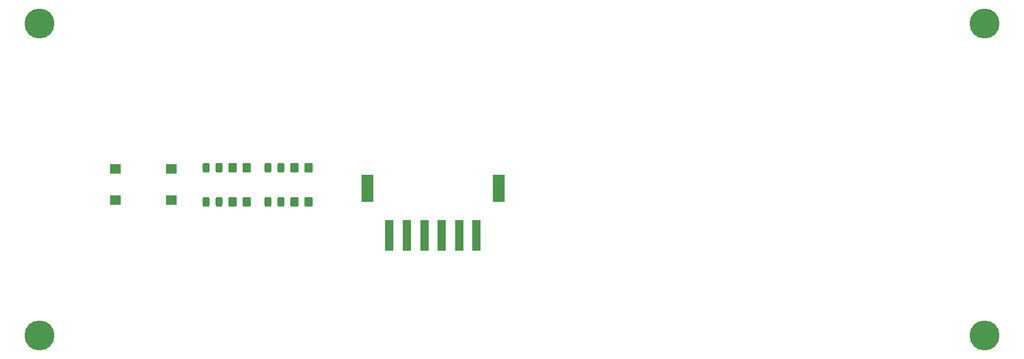
<source format=gbr>
%TF.GenerationSoftware,KiCad,Pcbnew,8.0.1*%
%TF.CreationDate,2025-07-26T20:51:06+02:00*%
%TF.ProjectId,SVX_Node_Case_front,5356585f-4e6f-4646-955f-436173655f66,rev?*%
%TF.SameCoordinates,Original*%
%TF.FileFunction,Soldermask,Bot*%
%TF.FilePolarity,Negative*%
%FSLAX46Y46*%
G04 Gerber Fmt 4.6, Leading zero omitted, Abs format (unit mm)*
G04 Created by KiCad (PCBNEW 8.0.1) date 2025-07-26 20:51:06*
%MOMM*%
%LPD*%
G01*
G04 APERTURE LIST*
G04 Aperture macros list*
%AMRoundRect*
0 Rectangle with rounded corners*
0 $1 Rounding radius*
0 $2 $3 $4 $5 $6 $7 $8 $9 X,Y pos of 4 corners*
0 Add a 4 corners polygon primitive as box body*
4,1,4,$2,$3,$4,$5,$6,$7,$8,$9,$2,$3,0*
0 Add four circle primitives for the rounded corners*
1,1,$1+$1,$2,$3*
1,1,$1+$1,$4,$5*
1,1,$1+$1,$6,$7*
1,1,$1+$1,$8,$9*
0 Add four rect primitives between the rounded corners*
20,1,$1+$1,$2,$3,$4,$5,0*
20,1,$1+$1,$4,$5,$6,$7,0*
20,1,$1+$1,$6,$7,$8,$9,0*
20,1,$1+$1,$8,$9,$2,$3,0*%
G04 Aperture macros list end*
%ADD10C,4.300000*%
%ADD11RoundRect,0.243750X-0.243750X-0.456250X0.243750X-0.456250X0.243750X0.456250X-0.243750X0.456250X0*%
%ADD12R,1.295400X4.495800*%
%ADD13R,1.803400X3.911600*%
%ADD14RoundRect,0.250000X0.350000X0.450000X-0.350000X0.450000X-0.350000X-0.450000X0.350000X-0.450000X0*%
%ADD15R,1.600000X1.400000*%
G04 APERTURE END LIST*
D10*
%TO.C,REF1*%
X79050000Y-68550000D03*
%TD*%
%TO.C,REF2*%
X214950000Y-68575000D03*
%TD*%
%TO.C,REF3*%
X214930000Y-113450000D03*
%TD*%
%TO.C,REF4*%
X79050000Y-113450000D03*
%TD*%
D11*
%TO.C,D2*%
X111920923Y-89350000D03*
X113795923Y-89350000D03*
%TD*%
D12*
%TO.C,J1*%
X129400000Y-99050000D03*
X131900000Y-99050000D03*
X134400000Y-99050000D03*
X136900000Y-99050000D03*
X139400000Y-99050000D03*
X141900000Y-99050000D03*
D13*
X126200001Y-92250000D03*
X145099999Y-92250000D03*
%TD*%
D14*
%TO.C,R2*%
X117760000Y-89350000D03*
X115760000Y-89350000D03*
%TD*%
%TO.C,R1*%
X108850000Y-89350000D03*
X106850000Y-89350000D03*
%TD*%
D15*
%TO.C,S1*%
X98000000Y-89500000D03*
X90000000Y-89500000D03*
X98000000Y-94000000D03*
X90000000Y-94000000D03*
%TD*%
D11*
%TO.C,D1*%
X103020923Y-94260000D03*
X104895923Y-94260000D03*
%TD*%
D14*
%TO.C,R2*%
X117770000Y-94260000D03*
X115770000Y-94260000D03*
%TD*%
D11*
%TO.C,D2*%
X111930923Y-94260000D03*
X113805923Y-94260000D03*
%TD*%
%TO.C,D1*%
X103010923Y-89350000D03*
X104885923Y-89350000D03*
%TD*%
D14*
%TO.C,R1*%
X108860000Y-94260000D03*
X106860000Y-94260000D03*
%TD*%
M02*

</source>
